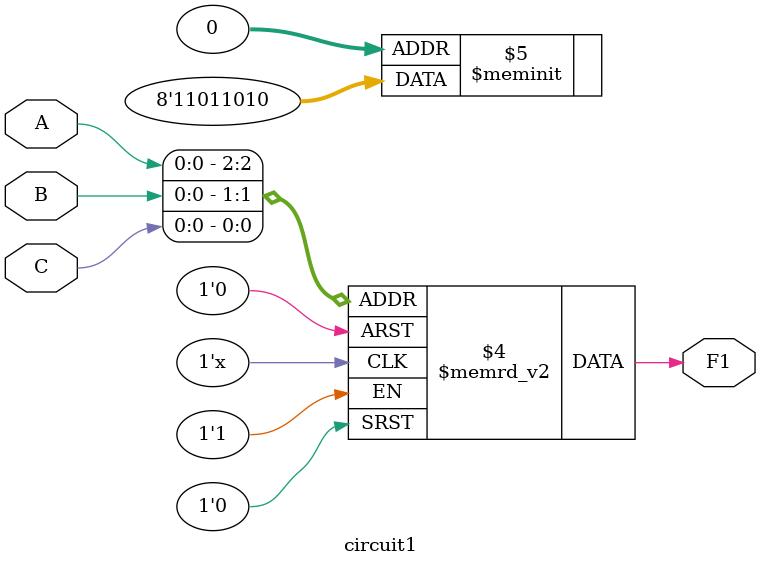
<source format=v>
`timescale 1ns / 1ps

module circuit1(
    input A,
    input B,
    input C,
    output reg F1
    );
    always@(A, B, C) begin
        case({A, B, C})
            3'b000: F1 = 1'b0;
            3'b001: F1 = 1'b1;
            3'b010: F1 = 1'b0;
            3'b011: F1 = 1'b1;
            3'b100: F1 = 1'b1;
            3'b101: F1 = 1'b0;
            3'b110: F1 = 1'b1;
            3'b111: F1 = 1'b1;
        endcase
        end
endmodule


</source>
